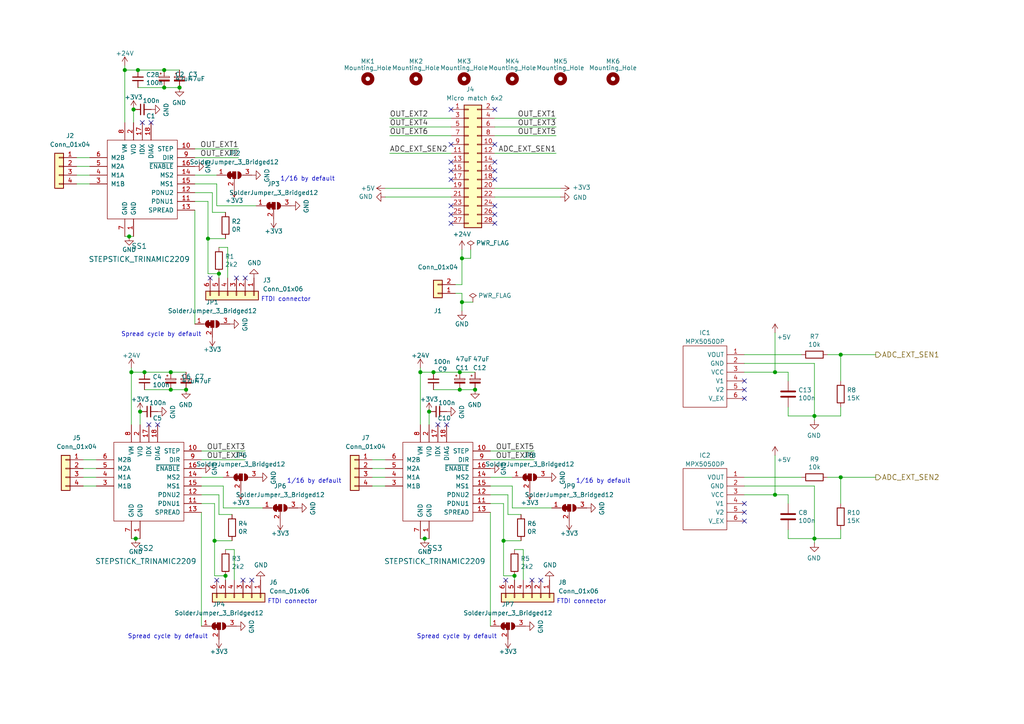
<source format=kicad_sch>
(kicad_sch (version 20201015) (generator eeschema)
  (paper "A4")
  (lib_symbols
    (symbol "Connector_Generic:Conn_01x02" (pin_names (offset 1.016) hide)
      (property "Reference" "J" (at 0 2.54 0))
      (property "Value" "Conn_01x02" (at 0 -5.08 0))
      (symbol "Conn_01x02_1_1"
        (pin passive line (at -5.08 0 0) (length 3.81) (name "Pin_1") (number "1"))
        (pin passive line (at -5.08 -2.54 0) (length 3.81) (name "Pin_2") (number "2"))
      )
    )
    (symbol "Connector_Generic:Conn_02x14_Odd_Even" (pin_names (offset 1.016) hide)
      (property "Reference" "J" (at 1.27 17.78 0))
      (property "Value" "Conn_02x14_Odd_Even" (at 1.27 -20.32 0))
      (symbol "Conn_02x14_Odd_Even_1_1"
        (pin passive line (at -5.08 15.24 0) (length 3.81) (name "Pin_1") (number "1"))
        (pin passive line (at 7.62 5.08 180) (length 3.81) (name "Pin_10") (number "10"))
        (pin passive line (at -5.08 2.54 0) (length 3.81) (name "Pin_11") (number "11"))
        (pin passive line (at 7.62 2.54 180) (length 3.81) (name "Pin_12") (number "12"))
        (pin passive line (at -5.08 0 0) (length 3.81) (name "Pin_13") (number "13"))
        (pin passive line (at 7.62 0 180) (length 3.81) (name "Pin_14") (number "14"))
        (pin passive line (at -5.08 -2.54 0) (length 3.81) (name "Pin_15") (number "15"))
        (pin passive line (at 7.62 -2.54 180) (length 3.81) (name "Pin_16") (number "16"))
        (pin passive line (at -5.08 -5.08 0) (length 3.81) (name "Pin_17") (number "17"))
        (pin passive line (at 7.62 -5.08 180) (length 3.81) (name "Pin_18") (number "18"))
        (pin passive line (at -5.08 -7.62 0) (length 3.81) (name "Pin_19") (number "19"))
        (pin passive line (at 7.62 15.24 180) (length 3.81) (name "Pin_2") (number "2"))
        (pin passive line (at 7.62 -7.62 180) (length 3.81) (name "Pin_20") (number "20"))
        (pin passive line (at -5.08 -10.16 0) (length 3.81) (name "Pin_21") (number "21"))
        (pin passive line (at 7.62 -10.16 180) (length 3.81) (name "Pin_22") (number "22"))
        (pin passive line (at -5.08 -12.7 0) (length 3.81) (name "Pin_23") (number "23"))
        (pin passive line (at 7.62 -12.7 180) (length 3.81) (name "Pin_24") (number "24"))
        (pin passive line (at -5.08 -15.24 0) (length 3.81) (name "Pin_25") (number "25"))
        (pin passive line (at 7.62 -15.24 180) (length 3.81) (name "Pin_26") (number "26"))
        (pin passive line (at -5.08 -17.78 0) (length 3.81) (name "Pin_27") (number "27"))
        (pin passive line (at 7.62 -17.78 180) (length 3.81) (name "Pin_28") (number "28"))
        (pin passive line (at -5.08 12.7 0) (length 3.81) (name "Pin_3") (number "3"))
        (pin passive line (at 7.62 12.7 180) (length 3.81) (name "Pin_4") (number "4"))
        (pin passive line (at -5.08 10.16 0) (length 3.81) (name "Pin_5") (number "5"))
        (pin passive line (at 7.62 10.16 180) (length 3.81) (name "Pin_6") (number "6"))
        (pin passive line (at -5.08 7.62 0) (length 3.81) (name "Pin_7") (number "7"))
        (pin passive line (at 7.62 7.62 180) (length 3.81) (name "Pin_8") (number "8"))
        (pin passive line (at -5.08 5.08 0) (length 3.81) (name "Pin_9") (number "9"))
      )
    )
    (symbol "Uni_stick-rescue:+24V-Sensor_tank_v1-rescue-Uni_General_v1-rescue-Uni_Printer_v1-rescue-Uni_Printer-rescue-Uni_stick-rescue" (power) (pin_names (offset 0))
      (property "Value" "+24V-Sensor_tank_v1-rescue-Uni_General_v1-rescue-Uni_Printer_v1-rescue-Uni_Printer-rescue-Uni_stick-rescue" (at 0 3.556 0))
      (symbol "+24V-Sensor_tank_v1-rescue-Uni_General_v1-rescue-Uni_Printer_v1-rescue-Uni_Printer-rescue-Uni_stick-rescue_1_1"
        (pin power_in line (at 0 0 90) (length 0) hide (name "+24V") (number "1"))
      )
    )
    (symbol "Uni_stick-rescue:+3.3V-Sensor_tank_v1-rescue-Uni_General_v1-rescue-Uni_Printer_v1-rescue-Uni_Printer-rescue-Uni_stick-rescue" (power) (pin_names (offset 0))
      (property "Value" "+3.3V-Sensor_tank_v1-rescue-Uni_General_v1-rescue-Uni_Printer_v1-rescue-Uni_Printer-rescue-Uni_stick-rescue" (at 0 3.556 0))
      (symbol "+3.3V-Sensor_tank_v1-rescue-Uni_General_v1-rescue-Uni_Printer_v1-rescue-Uni_Printer-rescue-Uni_stick-rescue_1_1"
        (pin power_in line (at 0 0 90) (length 0) hide (name "+3V3") (number "1"))
      )
    )
    (symbol "Uni_stick-rescue:+5V-power-Uni_stick-rescue" (power) (pin_names (offset 0))
      (property "Value" "+5V-power-Uni_stick-rescue" (at 0 3.556 0))
      (symbol "+5V-power-Uni_stick-rescue_1_1"
        (pin power_in line (at 0 0 90) (length 0) hide (name "+5V") (number "1"))
      )
    )
    (symbol "Uni_stick-rescue:C-Device-Uni_stick-rescue" (pin_numbers hide) (pin_names (offset 0.254))
      (property "Reference" "C" (at 0.635 2.54 0))
      (property "Value" "C-Device-Uni_stick-rescue" (at 0.635 -2.54 0))
      (symbol "C-Device-Uni_stick-rescue_1_1"
        (pin passive line (at 0 3.81 270) (length 2.794) (name "~") (number "1"))
        (pin passive line (at 0 -3.81 90) (length 2.794) (name "~") (number "2"))
      )
    )
    (symbol "Uni_stick-rescue:CP_Small-Device-Uni_stick-rescue" (pin_numbers hide) (pin_names (offset 0.254) hide)
      (property "Reference" "C" (at 0.254 1.778 0))
      (property "Value" "CP_Small-Device-Uni_stick-rescue" (at 0.254 -2.032 0))
      (symbol "CP_Small-Device-Uni_stick-rescue_1_1"
        (pin passive line (at 0 2.54 270) (length 1.8542) (name "~") (number "1"))
        (pin passive line (at 0 -2.54 90) (length 1.8542) (name "~") (number "2"))
      )
    )
    (symbol "Uni_stick-rescue:C_Small-Device-Uni_stick-rescue" (pin_numbers hide) (pin_names (offset 0.254) hide)
      (property "Reference" "C" (at 0.254 1.778 0))
      (property "Value" "C_Small-Device-Uni_stick-rescue" (at 0.254 -2.032 0))
      (symbol "C_Small-Device-Uni_stick-rescue_1_1"
        (pin passive line (at 0 2.54 270) (length 2.032) (name "~") (number "1"))
        (pin passive line (at 0 -2.54 90) (length 2.032) (name "~") (number "2"))
      )
    )
    (symbol "Uni_stick-rescue:Conn_01x04-Connector_Generic-Uni_stick-rescue" (pin_names (offset 1.016) hide)
      (property "Reference" "J" (at 0 5.08 0))
      (property "Value" "Conn_01x04-Connector_Generic-Uni_stick-rescue" (at 0 -7.62 0))
      (symbol "Conn_01x04-Connector_Generic-Uni_stick-rescue_1_1"
        (pin passive line (at -5.08 2.54 0) (length 3.81) (name "Pin_1") (number "1"))
        (pin passive line (at -5.08 0 0) (length 3.81) (name "Pin_2") (number "2"))
        (pin passive line (at -5.08 -2.54 0) (length 3.81) (name "Pin_3") (number "3"))
        (pin passive line (at -5.08 -5.08 0) (length 3.81) (name "Pin_4") (number "4"))
      )
    )
    (symbol "Uni_stick-rescue:Conn_01x06-Connector_Generic-Uni_stick-rescue" (pin_names (offset 1.016) hide)
      (property "Reference" "J" (at 0 7.62 0))
      (property "Value" "Conn_01x06-Connector_Generic-Uni_stick-rescue" (at 0 -10.16 0))
      (symbol "Conn_01x06-Connector_Generic-Uni_stick-rescue_1_1"
        (pin passive line (at -5.08 5.08 0) (length 3.81) (name "Pin_1") (number "1"))
        (pin passive line (at -5.08 2.54 0) (length 3.81) (name "Pin_2") (number "2"))
        (pin passive line (at -5.08 0 0) (length 3.81) (name "Pin_3") (number "3"))
        (pin passive line (at -5.08 -2.54 0) (length 3.81) (name "Pin_4") (number "4"))
        (pin passive line (at -5.08 -5.08 0) (length 3.81) (name "Pin_5") (number "5"))
        (pin passive line (at -5.08 -7.62 0) (length 3.81) (name "Pin_6") (number "6"))
      )
    )
    (symbol "Uni_stick-rescue:GND-Sensor_tank_v1-rescue-Uni_General_v1-rescue-Uni_Printer_v1-rescue-Uni_Printer-rescue-Uni_stick-rescue" (power) (pin_names (offset 0))
      (property "Value" "GND-Sensor_tank_v1-rescue-Uni_General_v1-rescue-Uni_Printer_v1-rescue-Uni_Printer-rescue-Uni_stick-rescue" (at 0 -3.81 0))
      (symbol "GND-Sensor_tank_v1-rescue-Uni_General_v1-rescue-Uni_Printer_v1-rescue-Uni_Printer-rescue-Uni_stick-rescue_1_1"
        (pin power_in line (at 0 0 270) (length 0) hide (name "GND") (number "1"))
      )
    )
    (symbol "Uni_stick-rescue:GND-power-Uni_stick-rescue" (power) (pin_names (offset 0))
      (property "Value" "GND-power-Uni_stick-rescue" (at 0 -3.81 0))
      (symbol "GND-power-Uni_stick-rescue_1_1"
        (pin power_in line (at 0 0 270) (length 0) hide (name "GND") (number "1"))
      )
    )
    (symbol "Uni_stick-rescue:MPX5010DP-MPX5010DP" (pin_names (offset 0.762))
      (property "Reference" "IC" (at 19.05 7.62 0))
      (property "Value" "MPX5010DP-MPX5010DP" (at 19.05 5.08 0))
      (symbol "MPX5010DP-MPX5010DP_0_0"
        (pin unspecified line (at 0 0 0) (length 5.08) (name "VOUT") (number "1"))
        (pin unspecified line (at 0 -2.54 0) (length 5.08) (name "GND") (number "2"))
        (pin unspecified line (at 0 -5.08 0) (length 5.08) (name "VCC") (number "3"))
        (pin unspecified line (at 0 -7.62 0) (length 5.08) (name "V1") (number "4"))
        (pin unspecified line (at 0 -10.16 0) (length 5.08) (name "V2") (number "5"))
        (pin unspecified line (at 0 -12.7 0) (length 5.08) (name "V_EX") (number "6"))
      )
    )
    (symbol "Uni_stick-rescue:Mounting_Hole-Sensor_tank_v1-rescue-Uni_General_v1-rescue-Uni_Printer_v1-rescue-Uni_Printer-rescue-Uni_stick-rescue" (pin_names (offset 1.016))
      (property "Reference" "MK" (at 0 5.08 0))
      (property "Value" "Mounting_Hole-Sensor_tank_v1-rescue-Uni_General_v1-rescue-Uni_Printer_v1-rescue-Uni_Printer-rescue-Uni_stick-rescue" (at 0 3.175 0))
    )
    (symbol "Uni_stick-rescue:PWR_FLAG-power-Uni_stick-rescue" (power) (pin_numbers hide) (pin_names (offset 0) hide)
      (property "Value" "PWR_FLAG-power-Uni_stick-rescue" (at 0 3.81 0))
      (symbol "PWR_FLAG-power-Uni_stick-rescue_0_0"
        (pin power_out line (at 0 0 90) (length 0) (name "pwr") (number "1"))
      )
    )
    (symbol "Uni_stick-rescue:R-Device-Uni_stick-rescue" (pin_numbers hide) (pin_names (offset 0))
      (property "Reference" "R" (at 2.032 0 90))
      (property "Value" "R-Device-Uni_stick-rescue" (at 0 0 90))
      (symbol "R-Device-Uni_stick-rescue_1_1"
        (pin passive line (at 0 3.81 270) (length 1.27) (name "~") (number "1"))
        (pin passive line (at 0 -3.81 90) (length 1.27) (name "~") (number "2"))
      )
    )
    (symbol "Uni_stick-rescue:STEPSTICK_TRINAMIC2209-Uni_Printer-rescue-Uni_stick-rescue" (pin_names (offset 1.016))
      (property "Reference" "SS" (at 0 -24.13 0))
      (property "Value" "STEPSTICK_TRINAMIC2209-Uni_Printer-rescue-Uni_stick-rescue" (at 0 24.13 0))
      (symbol "STEPSTICK_TRINAMIC2209-Uni_Printer-rescue-Uni_stick-rescue_1_1"
        (pin power_in line (at 2.54 -17.78 90) (length 5.08) (name "GND") (number "1"))
        (pin input line (at -15.24 7.62 0) (length 5.08) (name "STEP") (number "10"))
        (pin bidirectional line (at -15.24 -7.62 0) (length 5.08) (name "PDNU1") (number "11"))
        (pin bidirectional line (at -15.24 -5.08 0) (length 5.08) (name "PDNU2") (number "12"))
        (pin input line (at -15.24 -10.16 0) (length 5.08) (name "SPREAD") (number "13"))
        (pin bidirectional line (at -15.24 0 0) (length 5.08) (name "MS2") (number "14"))
        (pin bidirectional line (at -15.24 -2.54 0) (length 5.08) (name "MS1") (number "15"))
        (pin input line (at -15.24 2.54 0) (length 5.08) (name "~ENABLE") (number "16"))
        (pin power_in line (at 0 15.24 270) (length 5.08) (name "IDX") (number "17"))
        (pin power_in line (at -2.54 15.24 270) (length 5.08) (name "DIAG") (number "18"))
        (pin power_in line (at 2.54 15.24 270) (length 5.08) (name "VIO") (number "2"))
        (pin power_out line (at 15.24 -2.54 180) (length 5.08) (name "M1B") (number "3"))
        (pin power_out line (at 15.24 0 180) (length 5.08) (name "M1A") (number "4"))
        (pin power_out line (at 15.24 2.54 180) (length 5.08) (name "M2A") (number "5"))
        (pin power_out line (at 15.24 5.08 180) (length 5.08) (name "M2B") (number "6"))
        (pin power_in line (at 5.08 -17.78 90) (length 5.08) (name "GND") (number "7"))
        (pin power_in line (at 5.08 15.24 270) (length 5.08) (name "VM") (number "8"))
        (pin input line (at -15.24 5.08 0) (length 5.08) (name "DIR") (number "9"))
      )
    )
    (symbol "Uni_stick-rescue:SolderJumper_3_Bridged12-Jumper-Uni_stick-rescue" (pin_names (offset 0) hide)
      (property "Reference" "JP" (at -2.54 -2.54 0))
      (property "Value" "SolderJumper_3_Bridged12-Jumper-Uni_stick-rescue" (at 0 2.794 0))
      (symbol "SolderJumper_3_Bridged12-Jumper-Uni_stick-rescue_1_1"
        (pin passive line (at -5.08 0 0) (length 2.54) (name "A") (number "1"))
        (pin input line (at 0 -3.81 90) (length 2.54) (name "C") (number "2"))
        (pin passive line (at 5.08 0 180) (length 2.54) (name "B") (number "3"))
      )
    )
  )
  (junction (at 36.195 20.32) (diameter 1.016))
  (junction (at 37.465 68.58) (diameter 1.016))
  (junction (at 38.1 107.95) (diameter 1.016))
  (junction (at 38.735 31.75) (diameter 1.016))
  (junction (at 39.37 156.21) (diameter 1.016))
  (junction (at 40.005 20.32) (diameter 1.016))
  (junction (at 40.64 119.38) (diameter 1.016))
  (junction (at 41.91 107.95) (diameter 1.016))
  (junction (at 47.625 20.32) (diameter 1.016))
  (junction (at 47.625 25.4) (diameter 1.016))
  (junction (at 49.53 107.95) (diameter 1.016))
  (junction (at 49.53 113.03) (diameter 1.016))
  (junction (at 52.07 25.4) (diameter 1.016))
  (junction (at 53.975 113.03) (diameter 1.016))
  (junction (at 60.325 69.215) (diameter 1.016))
  (junction (at 62.23 156.845) (diameter 1.016))
  (junction (at 63.5 79.375) (diameter 1.016))
  (junction (at 65.405 167.005) (diameter 1.016))
  (junction (at 121.92 107.95) (diameter 1.016))
  (junction (at 123.19 156.21) (diameter 1.016))
  (junction (at 124.46 119.38) (diameter 1.016))
  (junction (at 125.73 107.95) (diameter 1.016))
  (junction (at 133.35 107.95) (diameter 1.016))
  (junction (at 133.35 113.03) (diameter 1.016))
  (junction (at 133.985 74.93) (diameter 1.016))
  (junction (at 133.985 87.63) (diameter 1.016))
  (junction (at 137.795 113.03) (diameter 1.016))
  (junction (at 146.05 156.845) (diameter 1.016))
  (junction (at 149.225 167.005) (diameter 1.016))
  (junction (at 224.79 107.95) (diameter 1.016))
  (junction (at 224.79 143.51) (diameter 1.016))
  (junction (at 236.22 120.65) (diameter 1.016))
  (junction (at 236.22 156.21) (diameter 1.016))
  (junction (at 243.84 102.87) (diameter 1.016))
  (junction (at 243.84 138.43) (diameter 1.016))
  (no_connect (at 41.275 35.56))
  (no_connect (at 215.9 148.59))
  (no_connect (at 60.96 80.645))
  (no_connect (at 43.18 123.19))
  (no_connect (at 215.9 115.57))
  (no_connect (at 43.815 35.56))
  (no_connect (at 70.485 168.275))
  (no_connect (at 45.72 123.19))
  (no_connect (at 130.81 41.91))
  (no_connect (at 143.51 62.23))
  (no_connect (at 130.81 52.07))
  (no_connect (at 143.51 46.99))
  (no_connect (at 73.025 168.275))
  (no_connect (at 130.81 62.23))
  (no_connect (at 130.81 64.77))
  (no_connect (at 130.81 31.75))
  (no_connect (at 68.58 80.645))
  (no_connect (at 143.51 31.75))
  (no_connect (at 62.865 168.275))
  (no_connect (at 130.81 46.99))
  (no_connect (at 143.51 41.91))
  (no_connect (at 156.845 168.275))
  (no_connect (at 215.9 146.05))
  (no_connect (at 127 123.19))
  (no_connect (at 215.9 110.49))
  (no_connect (at 143.51 64.77))
  (no_connect (at 71.12 80.645))
  (no_connect (at 130.81 49.53))
  (no_connect (at 215.9 113.03))
  (no_connect (at 143.51 59.69))
  (no_connect (at 130.81 59.69))
  (no_connect (at 143.51 49.53))
  (no_connect (at 129.54 123.19))
  (no_connect (at 154.305 168.275))
  (no_connect (at 143.51 52.07))
  (no_connect (at 146.685 168.275))
  (no_connect (at 215.9 151.13))
  (wire (pts (xy 22.225 45.72) (xy 26.035 45.72)))
  (wire (pts (xy 22.225 48.26) (xy 26.035 48.26)))
  (wire (pts (xy 22.225 50.8) (xy 26.035 50.8)))
  (wire (pts (xy 22.225 53.34) (xy 26.035 53.34)))
  (wire (pts (xy 24.13 133.35) (xy 27.94 133.35)))
  (wire (pts (xy 24.13 135.89) (xy 27.94 135.89)))
  (wire (pts (xy 24.13 138.43) (xy 27.94 138.43)))
  (wire (pts (xy 24.13 140.97) (xy 27.94 140.97)))
  (wire (pts (xy 36.195 19.05) (xy 36.195 20.32)))
  (wire (pts (xy 36.195 20.32) (xy 36.195 35.56)))
  (wire (pts (xy 36.195 20.32) (xy 40.005 20.32)))
  (wire (pts (xy 37.465 68.58) (xy 36.195 68.58)))
  (wire (pts (xy 38.1 106.68) (xy 38.1 107.95)))
  (wire (pts (xy 38.1 107.95) (xy 38.1 123.19)))
  (wire (pts (xy 38.1 107.95) (xy 41.91 107.95)))
  (wire (pts (xy 38.735 31.75) (xy 38.735 35.56)))
  (wire (pts (xy 38.735 68.58) (xy 37.465 68.58)))
  (wire (pts (xy 39.37 156.21) (xy 38.1 156.21)))
  (wire (pts (xy 40.005 20.32) (xy 47.625 20.32)))
  (wire (pts (xy 40.005 25.4) (xy 47.625 25.4)))
  (wire (pts (xy 40.64 119.38) (xy 40.64 123.19)))
  (wire (pts (xy 40.64 156.21) (xy 39.37 156.21)))
  (wire (pts (xy 41.91 107.95) (xy 49.53 107.95)))
  (wire (pts (xy 41.91 113.03) (xy 49.53 113.03)))
  (wire (pts (xy 47.625 20.32) (xy 52.07 20.32)))
  (wire (pts (xy 47.625 25.4) (xy 52.07 25.4)))
  (wire (pts (xy 49.53 107.95) (xy 53.975 107.95)))
  (wire (pts (xy 49.53 113.03) (xy 53.975 113.03)))
  (wire (pts (xy 56.515 43.18) (xy 69.215 43.18)))
  (wire (pts (xy 56.515 45.72) (xy 69.215 45.72)))
  (wire (pts (xy 56.515 50.8) (xy 62.865 50.8)))
  (wire (pts (xy 56.515 53.34) (xy 62.865 53.34)))
  (wire (pts (xy 56.515 55.88) (xy 61.595 55.88)))
  (wire (pts (xy 56.515 58.42) (xy 60.325 58.42)))
  (wire (pts (xy 56.515 60.96) (xy 56.515 93.98)))
  (wire (pts (xy 58.42 130.81) (xy 71.12 130.81)))
  (wire (pts (xy 58.42 133.35) (xy 71.12 133.35)))
  (wire (pts (xy 58.42 138.43) (xy 64.77 138.43)))
  (wire (pts (xy 58.42 140.97) (xy 64.77 140.97)))
  (wire (pts (xy 58.42 143.51) (xy 63.5 143.51)))
  (wire (pts (xy 58.42 146.05) (xy 62.23 146.05)))
  (wire (pts (xy 58.42 148.59) (xy 58.42 181.61)))
  (wire (pts (xy 60.325 58.42) (xy 60.325 69.215)))
  (wire (pts (xy 60.325 69.215) (xy 65.405 69.215)))
  (wire (pts (xy 60.325 79.375) (xy 60.325 69.215)))
  (wire (pts (xy 60.325 79.375) (xy 63.5 79.375)))
  (wire (pts (xy 61.595 55.88) (xy 61.595 61.595)))
  (wire (pts (xy 62.23 146.05) (xy 62.23 156.845)))
  (wire (pts (xy 62.23 156.845) (xy 67.31 156.845)))
  (wire (pts (xy 62.23 167.005) (xy 62.23 156.845)))
  (wire (pts (xy 62.23 167.005) (xy 65.405 167.005)))
  (wire (pts (xy 62.865 53.34) (xy 62.865 59.69)))
  (wire (pts (xy 62.865 59.69) (xy 74.295 59.69)))
  (wire (pts (xy 63.5 71.755) (xy 66.04 71.755)))
  (wire (pts (xy 63.5 79.375) (xy 63.5 80.645)))
  (wire (pts (xy 63.5 143.51) (xy 63.5 149.225)))
  (wire (pts (xy 64.77 140.97) (xy 64.77 147.32)))
  (wire (pts (xy 64.77 147.32) (xy 76.2 147.32)))
  (wire (pts (xy 65.405 61.595) (xy 61.595 61.595)))
  (wire (pts (xy 65.405 159.385) (xy 67.945 159.385)))
  (wire (pts (xy 65.405 167.005) (xy 65.405 168.275)))
  (wire (pts (xy 66.04 71.755) (xy 66.04 80.645)))
  (wire (pts (xy 67.31 149.225) (xy 63.5 149.225)))
  (wire (pts (xy 67.945 159.385) (xy 67.945 168.275)))
  (wire (pts (xy 107.95 133.35) (xy 111.76 133.35)))
  (wire (pts (xy 107.95 135.89) (xy 111.76 135.89)))
  (wire (pts (xy 107.95 138.43) (xy 111.76 138.43)))
  (wire (pts (xy 107.95 140.97) (xy 111.76 140.97)))
  (wire (pts (xy 111.76 54.61) (xy 130.81 54.61)))
  (wire (pts (xy 111.76 57.15) (xy 130.81 57.15)))
  (wire (pts (xy 113.03 34.29) (xy 130.81 34.29)))
  (wire (pts (xy 113.03 36.83) (xy 130.81 36.83)))
  (wire (pts (xy 113.03 39.37) (xy 130.81 39.37)))
  (wire (pts (xy 113.03 44.45) (xy 130.81 44.45)))
  (wire (pts (xy 121.92 106.68) (xy 121.92 107.95)))
  (wire (pts (xy 121.92 107.95) (xy 121.92 123.19)))
  (wire (pts (xy 121.92 107.95) (xy 125.73 107.95)))
  (wire (pts (xy 123.19 156.21) (xy 121.92 156.21)))
  (wire (pts (xy 124.46 119.38) (xy 124.46 123.19)))
  (wire (pts (xy 124.46 156.21) (xy 123.19 156.21)))
  (wire (pts (xy 125.73 107.95) (xy 133.35 107.95)))
  (wire (pts (xy 125.73 113.03) (xy 133.35 113.03)))
  (wire (pts (xy 132.08 82.55) (xy 133.985 82.55)))
  (wire (pts (xy 132.08 85.09) (xy 133.985 85.09)))
  (wire (pts (xy 133.35 107.95) (xy 137.795 107.95)))
  (wire (pts (xy 133.35 113.03) (xy 137.795 113.03)))
  (wire (pts (xy 133.985 72.39) (xy 133.985 74.93)))
  (wire (pts (xy 133.985 74.93) (xy 133.985 82.55)))
  (wire (pts (xy 133.985 74.93) (xy 136.525 74.93)))
  (wire (pts (xy 133.985 85.09) (xy 133.985 87.63)))
  (wire (pts (xy 133.985 87.63) (xy 133.985 90.17)))
  (wire (pts (xy 133.985 87.63) (xy 137.16 87.63)))
  (wire (pts (xy 136.525 72.39) (xy 136.525 74.93)))
  (wire (pts (xy 142.24 130.81) (xy 154.94 130.81)))
  (wire (pts (xy 142.24 133.35) (xy 154.94 133.35)))
  (wire (pts (xy 142.24 138.43) (xy 148.59 138.43)))
  (wire (pts (xy 142.24 140.97) (xy 148.59 140.97)))
  (wire (pts (xy 142.24 143.51) (xy 147.32 143.51)))
  (wire (pts (xy 142.24 146.05) (xy 146.05 146.05)))
  (wire (pts (xy 142.24 148.59) (xy 142.24 181.61)))
  (wire (pts (xy 143.51 34.29) (xy 161.29 34.29)))
  (wire (pts (xy 143.51 36.83) (xy 161.29 36.83)))
  (wire (pts (xy 143.51 39.37) (xy 161.29 39.37)))
  (wire (pts (xy 143.51 44.45) (xy 161.29 44.45)))
  (wire (pts (xy 143.51 54.61) (xy 162.56 54.61)))
  (wire (pts (xy 143.51 57.15) (xy 162.56 57.15)))
  (wire (pts (xy 146.05 146.05) (xy 146.05 156.845)))
  (wire (pts (xy 146.05 156.845) (xy 151.13 156.845)))
  (wire (pts (xy 146.05 167.005) (xy 146.05 156.845)))
  (wire (pts (xy 146.05 167.005) (xy 149.225 167.005)))
  (wire (pts (xy 147.32 143.51) (xy 147.32 149.225)))
  (wire (pts (xy 148.59 140.97) (xy 148.59 147.32)))
  (wire (pts (xy 148.59 147.32) (xy 160.02 147.32)))
  (wire (pts (xy 149.225 159.385) (xy 151.765 159.385)))
  (wire (pts (xy 149.225 167.005) (xy 149.225 168.275)))
  (wire (pts (xy 151.13 149.225) (xy 147.32 149.225)))
  (wire (pts (xy 151.765 159.385) (xy 151.765 168.275)))
  (wire (pts (xy 215.9 102.87) (xy 232.41 102.87)))
  (wire (pts (xy 215.9 138.43) (xy 232.41 138.43)))
  (wire (pts (xy 224.79 96.52) (xy 224.79 107.95)))
  (wire (pts (xy 224.79 107.95) (xy 215.9 107.95)))
  (wire (pts (xy 224.79 132.08) (xy 224.79 143.51)))
  (wire (pts (xy 224.79 143.51) (xy 215.9 143.51)))
  (wire (pts (xy 228.6 107.95) (xy 224.79 107.95)))
  (wire (pts (xy 228.6 110.49) (xy 228.6 107.95)))
  (wire (pts (xy 228.6 118.11) (xy 228.6 120.65)))
  (wire (pts (xy 228.6 120.65) (xy 236.22 120.65)))
  (wire (pts (xy 228.6 143.51) (xy 224.79 143.51)))
  (wire (pts (xy 228.6 146.05) (xy 228.6 143.51)))
  (wire (pts (xy 228.6 153.67) (xy 228.6 156.21)))
  (wire (pts (xy 228.6 156.21) (xy 236.22 156.21)))
  (wire (pts (xy 236.22 105.41) (xy 215.9 105.41)))
  (wire (pts (xy 236.22 120.65) (xy 236.22 105.41)))
  (wire (pts (xy 236.22 120.65) (xy 236.22 121.92)))
  (wire (pts (xy 236.22 120.65) (xy 243.84 120.65)))
  (wire (pts (xy 236.22 140.97) (xy 215.9 140.97)))
  (wire (pts (xy 236.22 156.21) (xy 236.22 140.97)))
  (wire (pts (xy 236.22 156.21) (xy 236.22 157.48)))
  (wire (pts (xy 236.22 156.21) (xy 243.84 156.21)))
  (wire (pts (xy 243.84 102.87) (xy 240.03 102.87)))
  (wire (pts (xy 243.84 102.87) (xy 254 102.87)))
  (wire (pts (xy 243.84 110.49) (xy 243.84 102.87)))
  (wire (pts (xy 243.84 120.65) (xy 243.84 118.11)))
  (wire (pts (xy 243.84 138.43) (xy 240.03 138.43)))
  (wire (pts (xy 243.84 138.43) (xy 254 138.43)))
  (wire (pts (xy 243.84 146.05) (xy 243.84 138.43)))
  (wire (pts (xy 243.84 156.21) (xy 243.84 153.67)))
  (text "Spread cycle by default" (at 58.42 97.79 180) (effects (font (size 1.27 1.27)) (justify right bottom)))
  (text "Spread cycle by default" (at 60.325 185.42 180) (effects (font (size 1.27 1.27)) (justify right bottom)))
  (text "FTDI connector" (at 90.17 87.63 180) (effects (font (size 1.27 1.27)) (justify right bottom)))
  (text "FTDI connector" (at 92.075 175.26 180) (effects (font (size 1.27 1.27)) (justify right bottom)))
  (text "1/16 by default\n" (at 97.155 52.705 180) (effects (font (size 1.27 1.27)) (justify right bottom)))
  (text "1/16 by default\n" (at 99.06 140.335 180) (effects (font (size 1.27 1.27)) (justify right bottom)))
  (text "Spread cycle by default" (at 144.145 185.42 180) (effects (font (size 1.27 1.27)) (justify right bottom)))
  (text "FTDI connector" (at 175.895 175.26 180) (effects (font (size 1.27 1.27)) (justify right bottom)))
  (text "1/16 by default\n" (at 182.88 140.335 180) (effects (font (size 1.27 1.27)) (justify right bottom)))
  (label "OUT_EXT1" (at 69.215 43.18 180) (effects (font (size 1.524 1.524))))
  (label "OUT_EXT2" (at 69.215 45.72 180) (effects (font (size 1.524 1.524))))
  (label "OUT_EXT3" (at 71.12 130.81 180) (effects (font (size 1.524 1.524))))
  (label "OUT_EXT4" (at 71.12 133.35 180) (effects (font (size 1.524 1.524))))
  (label "OUT_EXT2" (at 113.03 34.29 0) (effects (font (size 1.524 1.524))))
  (label "OUT_EXT4" (at 113.03 36.83 0) (effects (font (size 1.524 1.524))))
  (label "OUT_EXT6" (at 113.03 39.37 0) (effects (font (size 1.524 1.524))))
  (label "ADC_EXT_SEN2" (at 113.03 44.45 0) (effects (font (size 1.524 1.524))))
  (label "OUT_EXT5" (at 154.94 130.81 180) (effects (font (size 1.524 1.524))))
  (label "OUT_EXT6" (at 154.94 133.35 180) (effects (font (size 1.524 1.524))))
  (label "OUT_EXT1" (at 161.29 34.29 180) (effects (font (size 1.524 1.524))))
  (label "OUT_EXT3" (at 161.29 36.83 180) (effects (font (size 1.524 1.524))))
  (label "OUT_EXT5" (at 161.29 39.37 180) (effects (font (size 1.524 1.524))))
  (label "ADC_EXT_SEN1" (at 161.29 44.45 180) (effects (font (size 1.524 1.524))))
  (hierarchical_label "ADC_EXT_SEN1" (shape output) (at 254 102.87 0) (effects (font (size 1.524 1.524))))
  (hierarchical_label "ADC_EXT_SEN2" (shape output) (at 254 138.43 0) (effects (font (size 1.524 1.524))))
  (symbol (lib_id "Uni_stick-rescue:PWR_FLAG-power-Uni_stick-rescue") (at 136.525 72.39 0) (unit 1)
    (property "Reference" "#FLG02" (effects hide))
    (property "Value" "PWR_FLAG" (at 142.875 70.485 0))
  )
  (symbol (lib_id "Uni_stick-rescue:PWR_FLAG-power-Uni_stick-rescue") (at 137.16 87.63 0) (unit 1)
    (property "Reference" "#FLG01" (effects hide))
    (property "Value" "PWR_FLAG" (at 143.51 85.725 0))
  )
  (symbol (lib_id "Uni_stick-rescue:+24V-Sensor_tank_v1-rescue-Uni_General_v1-rescue-Uni_Printer_v1-rescue-Uni_Printer-rescue-Uni_stick-rescue") (at 36.195 19.05 0) (mirror y) (unit 1)
    (property "Reference" "#PWR03" (effects hide))
    (property "Value" "+24V" (at 36.195 15.494 0))
  )
  (symbol (lib_id "Uni_stick-rescue:+24V-Sensor_tank_v1-rescue-Uni_General_v1-rescue-Uni_Printer_v1-rescue-Uni_Printer-rescue-Uni_stick-rescue") (at 38.1 106.68 0) (mirror y) (unit 1)
    (property "Reference" "#PWR016" (effects hide))
    (property "Value" "+24V" (at 38.1 103.124 0))
  )
  (symbol (lib_id "Uni_stick-rescue:+3.3V-Sensor_tank_v1-rescue-Uni_General_v1-rescue-Uni_Printer_v1-rescue-Uni_Printer-rescue-Uni_stick-rescue") (at 38.735 31.75 0) (mirror y) (unit 1)
    (property "Reference" "#PWR05" (effects hide))
    (property "Value" "+3.3V" (at 38.735 28.194 0))
  )
  (symbol (lib_id "Uni_stick-rescue:+3.3V-Sensor_tank_v1-rescue-Uni_General_v1-rescue-Uni_Printer_v1-rescue-Uni_Printer-rescue-Uni_stick-rescue") (at 40.64 119.38 0) (mirror y) (unit 1)
    (property "Reference" "#PWR018" (effects hide))
    (property "Value" "+3.3V" (at 40.64 115.824 0))
  )
  (symbol (lib_id "Uni_stick-rescue:+3.3V-Sensor_tank_v1-rescue-Uni_General_v1-rescue-Uni_Printer_v1-rescue-Uni_Printer-rescue-Uni_stick-rescue") (at 61.595 97.79 180) (unit 1)
    (property "Reference" "#PWR07" (effects hide))
    (property "Value" "+3.3V" (at 61.595 101.346 0))
  )
  (symbol (lib_id "Uni_stick-rescue:+3.3V-Sensor_tank_v1-rescue-Uni_General_v1-rescue-Uni_Printer_v1-rescue-Uni_Printer-rescue-Uni_stick-rescue") (at 63.5 185.42 180) (unit 1)
    (property "Reference" "#PWR022" (effects hide))
    (property "Value" "+3.3V" (at 63.5 188.976 0))
  )
  (symbol (lib_id "Uni_stick-rescue:+3.3V-Sensor_tank_v1-rescue-Uni_General_v1-rescue-Uni_Printer_v1-rescue-Uni_Printer-rescue-Uni_stick-rescue") (at 67.945 54.61 180) (unit 1)
    (property "Reference" "#PWR09" (effects hide))
    (property "Value" "+3.3V" (at 67.945 58.166 0))
  )
  (symbol (lib_id "Uni_stick-rescue:+3.3V-Sensor_tank_v1-rescue-Uni_General_v1-rescue-Uni_Printer_v1-rescue-Uni_Printer-rescue-Uni_stick-rescue") (at 69.85 142.24 180) (unit 1)
    (property "Reference" "#PWR024" (effects hide))
    (property "Value" "+3.3V" (at 69.85 145.796 0))
  )
  (symbol (lib_id "Uni_stick-rescue:+3.3V-Sensor_tank_v1-rescue-Uni_General_v1-rescue-Uni_Printer_v1-rescue-Uni_Printer-rescue-Uni_stick-rescue") (at 79.375 63.5 180) (unit 1)
    (property "Reference" "#PWR012" (effects hide))
    (property "Value" "+3.3V" (at 79.375 67.056 0))
  )
  (symbol (lib_id "Uni_stick-rescue:+3.3V-Sensor_tank_v1-rescue-Uni_General_v1-rescue-Uni_Printer_v1-rescue-Uni_Printer-rescue-Uni_stick-rescue") (at 81.28 151.13 180) (unit 1)
    (property "Reference" "#PWR027" (effects hide))
    (property "Value" "+3.3V" (at 81.28 154.686 0))
  )
  (symbol (lib_id "Uni_stick-rescue:+5V-power-Uni_stick-rescue") (at 111.76 54.61 90) (unit 1)
    (property "Reference" "#PWR043" (effects hide))
    (property "Value" "+5V" (at 106.68 54.61 90))
  )
  (symbol (lib_id "Uni_stick-rescue:+24V-Sensor_tank_v1-rescue-Uni_General_v1-rescue-Uni_Printer_v1-rescue-Uni_Printer-rescue-Uni_stick-rescue") (at 121.92 106.68 0) (mirror y) (unit 1)
    (property "Reference" "#PWR032" (effects hide))
    (property "Value" "+24V" (at 121.92 103.124 0))
  )
  (symbol (lib_id "Uni_stick-rescue:+3.3V-Sensor_tank_v1-rescue-Uni_General_v1-rescue-Uni_Printer_v1-rescue-Uni_Printer-rescue-Uni_stick-rescue") (at 124.46 119.38 0) (mirror y) (unit 1)
    (property "Reference" "#PWR034" (effects hide))
    (property "Value" "+3.3V" (at 124.46 115.824 0))
  )
  (symbol (lib_id "Uni_stick-rescue:+24V-Sensor_tank_v1-rescue-Uni_General_v1-rescue-Uni_Printer_v1-rescue-Uni_Printer-rescue-Uni_stick-rescue") (at 133.985 72.39 0) (unit 1)
    (property "Reference" "#PWR02" (effects hide))
    (property "Value" "+24V" (at 133.985 67.945 0))
  )
  (symbol (lib_id "Uni_stick-rescue:+3.3V-Sensor_tank_v1-rescue-Uni_General_v1-rescue-Uni_Printer_v1-rescue-Uni_Printer-rescue-Uni_stick-rescue") (at 147.32 185.42 180) (unit 1)
    (property "Reference" "#PWR038" (effects hide))
    (property "Value" "+3.3V" (at 147.32 188.976 0))
  )
  (symbol (lib_id "Uni_stick-rescue:+3.3V-Sensor_tank_v1-rescue-Uni_General_v1-rescue-Uni_Printer_v1-rescue-Uni_Printer-rescue-Uni_stick-rescue") (at 153.67 142.24 180) (unit 1)
    (property "Reference" "#PWR040" (effects hide))
    (property "Value" "+3.3V" (at 153.67 145.796 0))
  )
  (symbol (lib_id "Uni_stick-rescue:+3.3V-Sensor_tank_v1-rescue-Uni_General_v1-rescue-Uni_Printer_v1-rescue-Uni_Printer-rescue-Uni_stick-rescue") (at 162.56 54.61 270) (unit 1)
    (property "Reference" "#PWR014" (effects hide))
    (property "Value" "+3.3V" (at 168.656 54.356 90))
  )
  (symbol (lib_id "Uni_stick-rescue:+3.3V-Sensor_tank_v1-rescue-Uni_General_v1-rescue-Uni_Printer_v1-rescue-Uni_Printer-rescue-Uni_stick-rescue") (at 165.1 151.13 180) (unit 1)
    (property "Reference" "#PWR044" (effects hide))
    (property "Value" "+3.3V" (at 165.1 154.686 0))
  )
  (symbol (lib_id "Uni_stick-rescue:+5V-power-Uni_stick-rescue") (at 224.79 96.52 0) (unit 1)
    (property "Reference" "#PWR046" (effects hide))
    (property "Value" "+5V" (at 227.33 97.79 0))
  )
  (symbol (lib_id "Uni_stick-rescue:+5V-power-Uni_stick-rescue") (at 224.79 132.08 0) (unit 1)
    (property "Reference" "#PWR0104" (effects hide))
    (property "Value" "+5V" (at 227.33 133.35 0))
  )
  (symbol (lib_id "Uni_stick-rescue:GND-Sensor_tank_v1-rescue-Uni_General_v1-rescue-Uni_Printer_v1-rescue-Uni_Printer-rescue-Uni_stick-rescue") (at 37.465 68.58 0) (mirror y) (unit 1)
    (property "Reference" "#PWR04" (effects hide))
    (property "Value" "GND" (at 37.465 72.39 0))
  )
  (symbol (lib_id "Uni_stick-rescue:GND-Sensor_tank_v1-rescue-Uni_General_v1-rescue-Uni_Printer_v1-rescue-Uni_Printer-rescue-Uni_stick-rescue") (at 39.37 156.21 0) (mirror y) (unit 1)
    (property "Reference" "#PWR017" (effects hide))
    (property "Value" "GND" (at 39.37 160.02 0))
  )
  (symbol (lib_id "Uni_stick-rescue:GND-power-Uni_stick-rescue") (at 43.815 31.75 90) (mirror x) (unit 1)
    (property "Reference" "#PWR0101" (effects hide))
    (property "Value" "GND" (at 48.2092 31.877 0))
  )
  (symbol (lib_id "Uni_stick-rescue:GND-power-Uni_stick-rescue") (at 45.72 119.38 90) (mirror x) (unit 1)
    (property "Reference" "#PWR019" (effects hide))
    (property "Value" "GND" (at 50.1142 119.507 0))
  )
  (symbol (lib_id "Uni_stick-rescue:GND-power-Uni_stick-rescue") (at 52.07 25.4 0) (mirror y) (unit 1)
    (property "Reference" "#PWR0102" (effects hide))
    (property "Value" "GND" (at 51.943 29.7942 0))
  )
  (symbol (lib_id "Uni_stick-rescue:GND-power-Uni_stick-rescue") (at 53.975 113.03 0) (mirror y) (unit 1)
    (property "Reference" "#PWR020" (effects hide))
    (property "Value" "GND" (at 53.848 117.4242 0))
  )
  (symbol (lib_id "Uni_stick-rescue:GND-Sensor_tank_v1-rescue-Uni_General_v1-rescue-Uni_Printer_v1-rescue-Uni_Printer-rescue-Uni_stick-rescue") (at 56.515 48.26 90) (mirror x) (unit 1)
    (property "Reference" "#PWR06" (effects hide))
    (property "Value" "GND" (at 60.325 48.26 0))
  )
  (symbol (lib_id "Uni_stick-rescue:GND-Sensor_tank_v1-rescue-Uni_General_v1-rescue-Uni_Printer_v1-rescue-Uni_Printer-rescue-Uni_stick-rescue") (at 58.42 135.89 90) (mirror x) (unit 1)
    (property "Reference" "#PWR021" (effects hide))
    (property "Value" "GND" (at 62.23 135.89 0))
  )
  (symbol (lib_id "Uni_stick-rescue:GND-power-Uni_stick-rescue") (at 66.675 93.98 90) (mirror x) (unit 1)
    (property "Reference" "#PWR08" (effects hide))
    (property "Value" "GND" (at 71.0692 94.107 0))
  )
  (symbol (lib_id "Uni_stick-rescue:GND-power-Uni_stick-rescue") (at 68.58 181.61 90) (mirror x) (unit 1)
    (property "Reference" "#PWR023" (effects hide))
    (property "Value" "GND" (at 72.9742 181.737 0))
  )
  (symbol (lib_id "Uni_stick-rescue:GND-power-Uni_stick-rescue") (at 73.025 50.8 90) (mirror x) (unit 1)
    (property "Reference" "#PWR010" (effects hide))
    (property "Value" "GND" (at 77.4192 50.927 0))
  )
  (symbol (lib_id "Uni_stick-rescue:GND-power-Uni_stick-rescue") (at 73.66 80.645 0) (mirror x) (unit 1)
    (property "Reference" "#PWR011" (effects hide))
    (property "Value" "GND" (at 73.787 76.2508 0))
  )
  (symbol (lib_id "Uni_stick-rescue:GND-power-Uni_stick-rescue") (at 74.93 138.43 90) (mirror x) (unit 1)
    (property "Reference" "#PWR025" (effects hide))
    (property "Value" "GND" (at 79.3242 138.557 0))
  )
  (symbol (lib_id "Uni_stick-rescue:GND-power-Uni_stick-rescue") (at 75.565 168.275 0) (mirror x) (unit 1)
    (property "Reference" "#PWR026" (effects hide))
    (property "Value" "GND" (at 75.692 163.8808 0))
  )
  (symbol (lib_id "Uni_stick-rescue:GND-power-Uni_stick-rescue") (at 84.455 59.69 90) (mirror x) (unit 1)
    (property "Reference" "#PWR013" (effects hide))
    (property "Value" "GND" (at 88.8492 59.817 0))
  )
  (symbol (lib_id "Uni_stick-rescue:GND-power-Uni_stick-rescue") (at 86.36 147.32 90) (mirror x) (unit 1)
    (property "Reference" "#PWR031" (effects hide))
    (property "Value" "GND" (at 90.7542 147.447 0))
  )
  (symbol (lib_id "Uni_stick-rescue:GND-power-Uni_stick-rescue") (at 111.76 57.15 270) (mirror x) (unit 1)
    (property "Reference" "#PWR0106" (effects hide))
    (property "Value" "GND" (at 106.0958 57.023 90))
  )
  (symbol (lib_id "Uni_stick-rescue:GND-Sensor_tank_v1-rescue-Uni_General_v1-rescue-Uni_Printer_v1-rescue-Uni_Printer-rescue-Uni_stick-rescue") (at 123.19 156.21 0) (mirror y) (unit 1)
    (property "Reference" "#PWR033" (effects hide))
    (property "Value" "GND" (at 123.19 160.02 0))
  )
  (symbol (lib_id "Uni_stick-rescue:GND-power-Uni_stick-rescue") (at 129.54 119.38 90) (mirror x) (unit 1)
    (property "Reference" "#PWR035" (effects hide))
    (property "Value" "GND" (at 133.9342 119.507 0))
  )
  (symbol (lib_id "Uni_stick-rescue:GND-Sensor_tank_v1-rescue-Uni_General_v1-rescue-Uni_Printer_v1-rescue-Uni_Printer-rescue-Uni_stick-rescue") (at 133.985 90.17 0) (unit 1)
    (property "Reference" "#PWR01" (effects hide))
    (property "Value" "GND" (at 133.985 93.98 0))
  )
  (symbol (lib_id "Uni_stick-rescue:GND-power-Uni_stick-rescue") (at 137.795 113.03 0) (mirror y) (unit 1)
    (property "Reference" "#PWR036" (effects hide))
    (property "Value" "GND" (at 137.668 117.4242 0))
  )
  (symbol (lib_id "Uni_stick-rescue:GND-Sensor_tank_v1-rescue-Uni_General_v1-rescue-Uni_Printer_v1-rescue-Uni_Printer-rescue-Uni_stick-rescue") (at 142.24 135.89 90) (mirror x) (unit 1)
    (property "Reference" "#PWR037" (effects hide))
    (property "Value" "GND" (at 146.05 135.89 0))
  )
  (symbol (lib_id "Uni_stick-rescue:GND-power-Uni_stick-rescue") (at 152.4 181.61 90) (mirror x) (unit 1)
    (property "Reference" "#PWR039" (effects hide))
    (property "Value" "GND" (at 156.7942 181.737 0))
  )
  (symbol (lib_id "Uni_stick-rescue:GND-power-Uni_stick-rescue") (at 158.75 138.43 90) (mirror x) (unit 1)
    (property "Reference" "#PWR041" (effects hide))
    (property "Value" "GND" (at 163.1442 138.557 0))
  )
  (symbol (lib_id "Uni_stick-rescue:GND-power-Uni_stick-rescue") (at 159.385 168.275 0) (mirror x) (unit 1)
    (property "Reference" "#PWR042" (effects hide))
    (property "Value" "GND" (at 159.512 163.8808 0))
  )
  (symbol (lib_id "Uni_stick-rescue:GND-power-Uni_stick-rescue") (at 162.56 57.15 90) (mirror x) (unit 1)
    (property "Reference" "#PWR0103" (effects hide))
    (property "Value" "GND" (at 168.2242 57.277 90))
  )
  (symbol (lib_id "Uni_stick-rescue:GND-power-Uni_stick-rescue") (at 170.18 147.32 90) (mirror x) (unit 1)
    (property "Reference" "#PWR045" (effects hide))
    (property "Value" "GND" (at 174.5742 147.447 0))
  )
  (symbol (lib_id "Uni_stick-rescue:GND-power-Uni_stick-rescue") (at 236.22 121.92 0) (mirror y) (unit 1)
    (property "Reference" "#PWR047" (effects hide))
    (property "Value" "GND" (at 236.093 126.3142 0))
  )
  (symbol (lib_id "Uni_stick-rescue:GND-power-Uni_stick-rescue") (at 236.22 157.48 0) (mirror y) (unit 1)
    (property "Reference" "#PWR0105" (effects hide))
    (property "Value" "GND" (at 236.093 161.8742 0))
  )
  (symbol (lib_id "Uni_stick-rescue:Mounting_Hole-Sensor_tank_v1-rescue-Uni_General_v1-rescue-Uni_Printer_v1-rescue-Uni_Printer-rescue-Uni_stick-rescue") (at 106.68 22.86 0) (unit 1)
    (property "Reference" "MK1" (at 106.68 17.78 0))
    (property "Value" "Mounting_Hole" (at 106.68 19.685 0))
    (property "Footprint" "MountingHole:MountingHole_3.2mm_M3" (effects hide))
  )
  (symbol (lib_id "Uni_stick-rescue:Mounting_Hole-Sensor_tank_v1-rescue-Uni_General_v1-rescue-Uni_Printer_v1-rescue-Uni_Printer-rescue-Uni_stick-rescue") (at 120.65 22.86 0) (unit 1)
    (property "Reference" "MK2" (at 120.65 17.78 0))
    (property "Value" "Mounting_Hole" (at 120.65 19.685 0))
    (property "Footprint" "MountingHole:MountingHole_3.2mm_M3" (effects hide))
  )
  (symbol (lib_id "Uni_stick-rescue:Mounting_Hole-Sensor_tank_v1-rescue-Uni_General_v1-rescue-Uni_Printer_v1-rescue-Uni_Printer-rescue-Uni_stick-rescue") (at 134.62 22.86 0) (unit 1)
    (property "Reference" "MK3" (at 134.62 17.78 0))
    (property "Value" "Mounting_Hole" (at 134.62 19.685 0))
    (property "Footprint" "MountingHole:MountingHole_3.2mm_M3" (effects hide))
  )
  (symbol (lib_id "Uni_stick-rescue:Mounting_Hole-Sensor_tank_v1-rescue-Uni_General_v1-rescue-Uni_Printer_v1-rescue-Uni_Printer-rescue-Uni_stick-rescue") (at 148.59 22.86 0) (unit 1)
    (property "Reference" "MK4" (at 148.59 17.78 0))
    (property "Value" "Mounting_Hole" (at 148.59 19.685 0))
    (property "Footprint" "MountingHole:MountingHole_3.2mm_M3" (effects hide))
  )
  (symbol (lib_id "Uni_stick-rescue:Mounting_Hole-Sensor_tank_v1-rescue-Uni_General_v1-rescue-Uni_Printer_v1-rescue-Uni_Printer-rescue-Uni_stick-rescue") (at 162.56 22.86 0) (unit 1)
    (property "Reference" "MK5" (at 162.56 17.78 0))
    (property "Value" "Mounting_Hole" (at 162.56 19.685 0))
    (property "Footprint" "MountingHole:MountingHole_3.2mm_M3" (effects hide))
  )
  (symbol (lib_id "Uni_stick-rescue:Mounting_Hole-Sensor_tank_v1-rescue-Uni_General_v1-rescue-Uni_Printer_v1-rescue-Uni_Printer-rescue-Uni_stick-rescue") (at 177.8 22.86 0) (unit 1)
    (property "Reference" "MK6" (at 177.8 17.78 0))
    (property "Value" "Mounting_Hole" (at 177.8 19.685 0))
    (property "Footprint" "MountingHole:MountingHole_3.2mm_M3" (effects hide))
  )
  (symbol (lib_id "Uni_stick-rescue:CP_Small-Device-Uni_stick-rescue") (at 47.625 22.86 0) (unit 1)
    (property "Reference" "C2" (at 50.8 21.59 0) (effects (justify left)))
    (property "Value" "47uF" (at 50.8 22.86 0) (effects (justify left)))
    (property "Footprint" "Capacitor_Tantalum_SMD:CP_EIA-7343-43_Kemet-X" (effects hide))
  )
  (symbol (lib_id "Uni_stick-rescue:CP_Small-Device-Uni_stick-rescue") (at 49.53 110.49 0) (unit 1)
    (property "Reference" "C6" (at 52.705 109.22 0) (effects (justify left)))
    (property "Value" "47uF" (at 52.705 110.49 0) (effects (justify left)))
    (property "Footprint" "Capacitor_Tantalum_SMD:CP_EIA-7343-43_Kemet-X" (effects hide))
  )
  (symbol (lib_id "Uni_stick-rescue:CP_Small-Device-Uni_stick-rescue") (at 52.07 22.86 0) (unit 1)
    (property "Reference" "C3" (at 54.61 21.59 0) (effects (justify left)))
    (property "Value" "47uF" (at 54.61 22.86 0) (effects (justify left)))
    (property "Footprint" "Capacitor_Tantalum_SMD:CP_EIA-7343-43_Kemet-X" (effects hide))
  )
  (symbol (lib_id "Uni_stick-rescue:CP_Small-Device-Uni_stick-rescue") (at 53.975 110.49 0) (unit 1)
    (property "Reference" "C7" (at 56.515 109.22 0) (effects (justify left)))
    (property "Value" "47uF" (at 56.515 110.49 0) (effects (justify left)))
    (property "Footprint" "Capacitor_Tantalum_SMD:CP_EIA-7343-43_Kemet-X" (effects hide))
  )
  (symbol (lib_id "Uni_stick-rescue:CP_Small-Device-Uni_stick-rescue") (at 133.35 110.49 0) (unit 1)
    (property "Reference" "C11" (at 132.08 106.68 0) (effects (justify left)))
    (property "Value" "47uF" (at 132.08 104.14 0) (effects (justify left)))
    (property "Footprint" "Capacitor_Tantalum_SMD:CP_EIA-7343-43_Kemet-X" (effects hide))
  )
  (symbol (lib_id "Uni_stick-rescue:CP_Small-Device-Uni_stick-rescue") (at 137.795 110.49 0) (unit 1)
    (property "Reference" "C12" (at 137.16 106.68 0) (effects (justify left)))
    (property "Value" "47uF" (at 137.16 104.14 0) (effects (justify left)))
    (property "Footprint" "Capacitor_Tantalum_SMD:CP_EIA-7343-43_Kemet-X" (effects hide))
  )
  (symbol (lib_id "Uni_stick-rescue:R-Device-Uni_stick-rescue") (at 63.5 75.565 0) (unit 1)
    (property "Reference" "R1" (at 65.278 74.3966 0) (effects (justify left)))
    (property "Value" "2k2" (at 65.278 76.708 0) (effects (justify left)))
    (property "Footprint" "Resistor_SMD:R_0603_1608Metric" (effects hide))
    (property "TME" "WF06P-120R-5% " (effects hide))
  )
  (symbol (lib_id "Uni_stick-rescue:R-Device-Uni_stick-rescue") (at 65.405 65.405 0) (unit 1)
    (property "Reference" "R2" (at 67.183 64.2366 0) (effects (justify left)))
    (property "Value" "0R" (at 67.183 66.548 0) (effects (justify left)))
    (property "Footprint" "Resistor_SMD:R_0603_1608Metric" (effects hide))
    (property "TME" "WF06P-120R-5% " (effects hide))
  )
  (symbol (lib_id "Uni_stick-rescue:R-Device-Uni_stick-rescue") (at 65.405 163.195 0) (unit 1)
    (property "Reference" "R3" (at 67.183 162.0266 0) (effects (justify left)))
    (property "Value" "2k2" (at 67.183 164.338 0) (effects (justify left)))
    (property "Footprint" "Resistor_SMD:R_0603_1608Metric" (effects hide))
    (property "TME" "WF06P-120R-5% " (effects hide))
  )
  (symbol (lib_id "Uni_stick-rescue:R-Device-Uni_stick-rescue") (at 67.31 153.035 0) (unit 1)
    (property "Reference" "R4" (at 69.088 151.8666 0) (effects (justify left)))
    (property "Value" "0R" (at 69.088 154.178 0) (effects (justify left)))
    (property "Footprint" "Resistor_SMD:R_0603_1608Metric" (effects hide))
    (property "TME" "WF06P-120R-5% " (effects hide))
  )
  (symbol (lib_id "Uni_stick-rescue:R-Device-Uni_stick-rescue") (at 149.225 163.195 0) (unit 1)
    (property "Reference" "R5" (at 151.003 162.0266 0) (effects (justify left)))
    (property "Value" "2k2" (at 151.003 164.338 0) (effects (justify left)))
    (property "Footprint" "Resistor_SMD:R_0603_1608Metric" (effects hide))
    (property "TME" "WF06P-120R-5% " (effects hide))
  )
  (symbol (lib_id "Uni_stick-rescue:R-Device-Uni_stick-rescue") (at 151.13 153.035 0) (unit 1)
    (property "Reference" "R6" (at 152.908 151.8666 0) (effects (justify left)))
    (property "Value" "0R" (at 152.908 154.178 0) (effects (justify left)))
    (property "Footprint" "Resistor_SMD:R_0603_1608Metric" (effects hide))
    (property "TME" "WF06P-120R-5% " (effects hide))
  )
  (symbol (lib_id "Uni_stick-rescue:R-Device-Uni_stick-rescue") (at 236.22 102.87 270) (unit 1)
    (property "Reference" "R7" (at 236.22 97.6122 90))
    (property "Value" "10k" (at 236.22 99.9236 90))
    (property "Footprint" "Resistor_SMD:R_0603_1608Metric" (effects hide))
    (property "TME" "CRCW060310K0FKTABC" (effects hide))
  )
  (symbol (lib_id "Uni_stick-rescue:R-Device-Uni_stick-rescue") (at 236.22 138.43 270) (unit 1)
    (property "Reference" "R9" (at 236.22 133.1722 90))
    (property "Value" "10k" (at 236.22 135.4836 90))
    (property "Footprint" "Resistor_SMD:R_0603_1608Metric" (effects hide))
    (property "TME" "CRCW060310K0FKTABC" (effects hide))
  )
  (symbol (lib_id "Uni_stick-rescue:R-Device-Uni_stick-rescue") (at 243.84 114.3 0) (unit 1)
    (property "Reference" "R8" (at 245.618 113.1316 0) (effects (justify left)))
    (property "Value" "15K" (at 245.618 115.443 0) (effects (justify left)))
    (property "Footprint" "Resistor_SMD:R_0603_1608Metric" (effects hide))
    (property "TME" "CQ0603-15K-1%" (effects hide))
  )
  (symbol (lib_id "Uni_stick-rescue:R-Device-Uni_stick-rescue") (at 243.84 149.86 0) (unit 1)
    (property "Reference" "R10" (at 245.618 148.6916 0) (effects (justify left)))
    (property "Value" "15K" (at 245.618 151.003 0) (effects (justify left)))
    (property "Footprint" "Resistor_SMD:R_0603_1608Metric" (effects hide))
    (property "TME" "CQ0603-15K-1%" (effects hide))
  )
  (symbol (lib_id "Uni_stick-rescue:C_Small-Device-Uni_stick-rescue") (at 40.005 22.86 0) (unit 1)
    (property "Reference" "C28" (at 42.3418 21.6916 0) (effects (justify left)))
    (property "Value" "100n" (at 42.3418 24.003 0) (effects (justify left)))
    (property "Footprint" "Capacitor_SMD:C_0603_1608Metric" (effects hide))
    (property "TME" "C0603C104K3RAC" (effects hide))
  )
  (symbol (lib_id "Uni_stick-rescue:C_Small-Device-Uni_stick-rescue") (at 41.275 31.75 90) (unit 1)
    (property "Reference" "C1" (at 45.085 33.655 90) (effects (justify left)))
    (property "Value" "100n" (at 46.355 29.21 90) (effects (justify left)))
    (property "Footprint" "Capacitor_SMD:C_0603_1608Metric" (effects hide))
    (property "TME" "C0603C104K3RAC" (effects hide))
  )
  (symbol (lib_id "Uni_stick-rescue:C_Small-Device-Uni_stick-rescue") (at 41.91 110.49 0) (unit 1)
    (property "Reference" "C4" (at 44.2468 109.3216 0) (effects (justify left)))
    (property "Value" "100n" (at 44.2468 111.633 0) (effects (justify left)))
    (property "Footprint" "Capacitor_SMD:C_0603_1608Metric" (effects hide))
    (property "TME" "C0603C104K3RAC" (effects hide))
  )
  (symbol (lib_id "Uni_stick-rescue:C_Small-Device-Uni_stick-rescue") (at 43.18 119.38 90) (unit 1)
    (property "Reference" "C5" (at 46.99 121.285 90) (effects (justify left)))
    (property "Value" "100n" (at 48.26 116.84 90) (effects (justify left)))
    (property "Footprint" "Capacitor_SMD:C_0603_1608Metric" (effects hide))
    (property "TME" "C0603C104K3RAC" (effects hide))
  )
  (symbol (lib_id "Uni_stick-rescue:C_Small-Device-Uni_stick-rescue") (at 125.73 110.49 0) (unit 1)
    (property "Reference" "C9" (at 127 107.0864 0) (effects (justify left)))
    (property "Value" "100n" (at 125.73 104.902 0) (effects (justify left)))
    (property "Footprint" "Capacitor_SMD:C_0603_1608Metric" (effects hide))
    (property "TME" "C0603C104K3RAC" (effects hide))
  )
  (symbol (lib_id "Uni_stick-rescue:C_Small-Device-Uni_stick-rescue") (at 127 119.38 90) (unit 1)
    (property "Reference" "C10" (at 130.81 121.285 90) (effects (justify left)))
    (property "Value" "100n" (at 132.08 116.84 90) (effects (justify left)))
    (property "Footprint" "Capacitor_SMD:C_0603_1608Metric" (effects hide))
    (property "TME" "C0603C104K3RAC" (effects hide))
  )
  (symbol (lib_id "Connector_Generic:Conn_01x02") (at 127 85.09 180) (unit 1)
    (property "Reference" "J1" (at 127 90.17 0))
    (property "Value" "Conn_01x04" (at 127 77.47 0))
    (property "Footprint" "Connector_Phoenix_MC:PhoenixContact_MCV_1,5_2-G-3.5_1x02_P3.50mm_Vertical" (effects hide))
    (property "TME" "TBG-5.0-PW-4P" (effects hide))
    (property "TME-WTYK" "2EDGK5.00-04P14" (effects hide))
  )
  (symbol (lib_id "Uni_stick-rescue:C-Device-Uni_stick-rescue") (at 228.6 114.3 0) (unit 1)
    (property "Reference" "C13" (at 231.521 113.1316 0) (effects (justify left)))
    (property "Value" "100n" (at 231.521 115.443 0) (effects (justify left)))
    (property "Footprint" "Capacitor_SMD:C_0603_1608Metric" (effects hide))
  )
  (symbol (lib_id "Uni_stick-rescue:C-Device-Uni_stick-rescue") (at 228.6 149.86 0) (unit 1)
    (property "Reference" "C8" (at 231.521 148.6916 0) (effects (justify left)))
    (property "Value" "100n" (at 231.521 151.003 0) (effects (justify left)))
    (property "Footprint" "Capacitor_SMD:C_0603_1608Metric" (effects hide))
  )
  (symbol (lib_id "Uni_stick-rescue:SolderJumper_3_Bridged12-Jumper-Uni_stick-rescue") (at 61.595 93.98 0) (unit 1)
    (property "Reference" "JP1" (at 61.595 87.63 0))
    (property "Value" "SolderJumper_3_Bridged12" (at 61.595 90.17 0))
    (property "Footprint" "Jumper:SolderJumper-3_P1.3mm_Bridged12_RoundedPad1.0x1.5mm" (effects hide))
  )
  (symbol (lib_id "Uni_stick-rescue:SolderJumper_3_Bridged12-Jumper-Uni_stick-rescue") (at 63.5 181.61 0) (unit 1)
    (property "Reference" "JP4" (at 63.5 175.26 0))
    (property "Value" "SolderJumper_3_Bridged12" (at 63.5 177.8 0))
    (property "Footprint" "Jumper:SolderJumper-3_P1.3mm_Bridged12_RoundedPad1.0x1.5mm" (effects hide))
  )
  (symbol (lib_id "Uni_stick-rescue:SolderJumper_3_Bridged12-Jumper-Uni_stick-rescue") (at 67.945 50.8 0) (unit 1)
    (property "Reference" "JP2" (at 67.945 44.45 0))
    (property "Value" "SolderJumper_3_Bridged12" (at 67.945 46.99 0))
    (property "Footprint" "Jumper:SolderJumper-3_P1.3mm_Bridged12_RoundedPad1.0x1.5mm" (effects hide))
  )
  (symbol (lib_id "Uni_stick-rescue:SolderJumper_3_Bridged12-Jumper-Uni_stick-rescue") (at 69.85 138.43 0) (unit 1)
    (property "Reference" "JP5" (at 69.85 132.08 0))
    (property "Value" "SolderJumper_3_Bridged12" (at 69.85 134.62 0))
    (property "Footprint" "Jumper:SolderJumper-3_P1.3mm_Bridged12_RoundedPad1.0x1.5mm" (effects hide))
  )
  (symbol (lib_id "Uni_stick-rescue:SolderJumper_3_Bridged12-Jumper-Uni_stick-rescue") (at 79.375 59.69 0) (unit 1)
    (property "Reference" "JP3" (at 79.375 53.34 0))
    (property "Value" "SolderJumper_3_Bridged12" (at 79.375 55.88 0))
    (property "Footprint" "Jumper:SolderJumper-3_P1.3mm_Bridged12_RoundedPad1.0x1.5mm" (effects hide))
  )
  (symbol (lib_id "Uni_stick-rescue:SolderJumper_3_Bridged12-Jumper-Uni_stick-rescue") (at 81.28 147.32 0) (unit 1)
    (property "Reference" "JP6" (at 81.28 140.97 0))
    (property "Value" "SolderJumper_3_Bridged12" (at 81.28 143.51 0))
    (property "Footprint" "Jumper:SolderJumper-3_P1.3mm_Bridged12_RoundedPad1.0x1.5mm" (effects hide))
  )
  (symbol (lib_id "Uni_stick-rescue:SolderJumper_3_Bridged12-Jumper-Uni_stick-rescue") (at 147.32 181.61 0) (unit 1)
    (property "Reference" "JP7" (at 147.32 175.26 0))
    (property "Value" "SolderJumper_3_Bridged12" (at 147.32 177.8 0))
    (property "Footprint" "Jumper:SolderJumper-3_P1.3mm_Bridged12_RoundedPad1.0x1.5mm" (effects hide))
  )
  (symbol (lib_id "Uni_stick-rescue:SolderJumper_3_Bridged12-Jumper-Uni_stick-rescue") (at 153.67 138.43 0) (unit 1)
    (property "Reference" "JP8" (at 153.67 132.08 0))
    (property "Value" "SolderJumper_3_Bridged12" (at 153.67 134.62 0))
    (property "Footprint" "Jumper:SolderJumper-3_P1.3mm_Bridged12_RoundedPad1.0x1.5mm" (effects hide))
  )
  (symbol (lib_id "Uni_stick-rescue:SolderJumper_3_Bridged12-Jumper-Uni_stick-rescue") (at 165.1 147.32 0) (unit 1)
    (property "Reference" "JP9" (at 165.1 140.97 0))
    (property "Value" "SolderJumper_3_Bridged12" (at 165.1 143.51 0))
    (property "Footprint" "Jumper:SolderJumper-3_P1.3mm_Bridged12_RoundedPad1.0x1.5mm" (effects hide))
  )
  (symbol (lib_id "Uni_stick-rescue:Conn_01x04-Connector_Generic-Uni_stick-rescue") (at 17.145 48.26 0) (mirror y) (unit 1)
    (property "Reference" "J2" (at 20.32 39.37 0))
    (property "Value" "Conn_01x04" (at 20.32 41.91 0))
    (property "Footprint" "Connector_Phoenix_MC:PhoenixContact_MCV_1,5_4-G-3.5_1x04_P3.50mm_Vertical" (effects hide))
  )
  (symbol (lib_id "Uni_stick-rescue:Conn_01x04-Connector_Generic-Uni_stick-rescue") (at 19.05 135.89 0) (mirror y) (unit 1)
    (property "Reference" "J5" (at 22.225 127 0))
    (property "Value" "Conn_01x04" (at 22.225 129.54 0))
    (property "Footprint" "Connector_Phoenix_MC:PhoenixContact_MCV_1,5_4-G-3.5_1x04_P3.50mm_Vertical" (effects hide))
  )
  (symbol (lib_id "Uni_stick-rescue:Conn_01x04-Connector_Generic-Uni_stick-rescue") (at 102.87 135.89 0) (mirror y) (unit 1)
    (property "Reference" "J7" (at 106.045 127 0))
    (property "Value" "Conn_01x04" (at 106.045 129.54 0))
    (property "Footprint" "Connector_Phoenix_MC:PhoenixContact_MCV_1,5_4-G-3.5_1x04_P3.50mm_Vertical" (effects hide))
  )
  (symbol (lib_id "Uni_stick-rescue:Conn_01x06-Connector_Generic-Uni_stick-rescue") (at 68.58 85.725 270) (unit 1)
    (property "Reference" "J3" (at 76.2 81.28 90) (effects (justify left)))
    (property "Value" "Conn_01x06" (at 76.2 83.82 90) (effects (justify left)))
    (property "Footprint" "Connector_PinHeader_2.54mm:PinHeader_1x06_P2.54mm_Vertical" (effects hide))
  )
  (symbol (lib_id "Uni_stick-rescue:Conn_01x06-Connector_Generic-Uni_stick-rescue") (at 70.485 173.355 270) (unit 1)
    (property "Reference" "J6" (at 78.105 168.91 90) (effects (justify left)))
    (property "Value" "Conn_01x06" (at 78.105 171.45 90) (effects (justify left)))
    (property "Footprint" "Connector_PinHeader_2.54mm:PinHeader_1x06_P2.54mm_Vertical" (effects hide))
  )
  (symbol (lib_id "Uni_stick-rescue:Conn_01x06-Connector_Generic-Uni_stick-rescue") (at 154.305 173.355 270) (unit 1)
    (property "Reference" "J8" (at 161.925 168.91 90) (effects (justify left)))
    (property "Value" "Conn_01x06" (at 161.925 171.45 90) (effects (justify left)))
    (property "Footprint" "Connector_PinHeader_2.54mm:PinHeader_1x06_P2.54mm_Vertical" (effects hide))
  )
  (symbol (lib_id "Uni_stick-rescue:MPX5010DP-MPX5010DP") (at 215.9 102.87 0) (mirror y) (unit 1)
    (property "Reference" "IC1" (at 204.47 96.52 0))
    (property "Value" "MPX5050DP" (at 204.47 99.06 0))
    (property "Footprint" "Biblioteki:Pressure_sensor_v2" (effects hide))
  )
  (symbol (lib_id "Uni_stick-rescue:MPX5010DP-MPX5010DP") (at 215.9 138.43 0) (mirror y) (unit 1)
    (property "Reference" "IC2" (at 204.47 132.08 0))
    (property "Value" "MPX5050DP" (at 204.47 134.62 0))
    (property "Footprint" "Biblioteki:Pressure_sensor_v2" (effects hide))
  )
  (symbol (lib_id "Connector_Generic:Conn_02x14_Odd_Even") (at 135.89 46.99 0) (unit 1)
    (property "Reference" "J4" (at 136.398 25.908 0))
    (property "Value" "Micro match 6x2" (at 137.668 28.448 0))
    (property "Footprint" "Connector_PinHeader_2.54mm:PinHeader_2x14_P2.54mm_Vertical" (effects hide))
  )
  (symbol (lib_id "Uni_stick-rescue:STEPSTICK_TRINAMIC2209-Uni_Printer-rescue-Uni_stick-rescue") (at 41.275 50.8 0) (mirror y) (unit 1)
    (property "Reference" "SS1" (at 40.386 71.374 0) (effects (font (size 1.524 1.524))))
    (property "Value" "STEPSTICK_TRINAMIC2209" (at 40.386 75.184 0) (effects (font (size 1.524 1.524))))
    (property "Footprint" "Biblioteki:STEPSTICK" (effects hide))
  )
  (symbol (lib_id "Uni_stick-rescue:STEPSTICK_TRINAMIC2209-Uni_Printer-rescue-Uni_stick-rescue") (at 43.18 138.43 0) (mirror y) (unit 1)
    (property "Reference" "SS2" (at 42.291 159.004 0) (effects (font (size 1.524 1.524))))
    (property "Value" "STEPSTICK_TRINAMIC2209" (at 42.291 162.814 0) (effects (font (size 1.524 1.524))))
    (property "Footprint" "Biblioteki:STEPSTICK" (effects hide))
  )
  (symbol (lib_id "Uni_stick-rescue:STEPSTICK_TRINAMIC2209-Uni_Printer-rescue-Uni_stick-rescue") (at 127 138.43 0) (mirror y) (unit 1)
    (property "Reference" "SS3" (at 126.111 159.004 0) (effects (font (size 1.524 1.524))))
    (property "Value" "STEPSTICK_TRINAMIC2209" (at 126.111 162.814 0) (effects (font (size 1.524 1.524))))
    (property "Footprint" "Biblioteki:STEPSTICK" (effects hide))
  )
)
</source>
